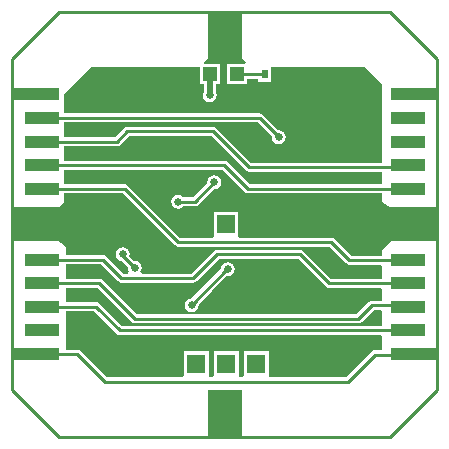
<source format=gtl>
%FSLAX24Y24*%
%MOIN*%
G70*
G01*
G75*
G04 Layer_Physical_Order=1*
G04 Layer_Color=255*
%ADD10R,0.0450X0.0450*%
%ADD11R,0.0236X0.0315*%
%ADD12C,0.0100*%
%ADD13C,0.0200*%
%ADD14R,0.0591X0.0591*%
%ADD15R,0.1181X0.1575*%
%ADD16R,0.1575X0.0394*%
%ADD17R,0.1181X0.0394*%
%ADD18R,0.1575X0.1181*%
%ADD19R,0.0625X0.0625*%
%ADD20C,0.0250*%
G36*
X30442Y30442D02*
X30491Y30409D01*
X30550Y30397D01*
X35587D01*
X36142Y29842D01*
X36191Y29809D01*
X36250Y29797D01*
X37301D01*
X37350Y29748D01*
Y29334D01*
X35633D01*
X34708Y30258D01*
X34659Y30291D01*
X34600Y30303D01*
X31850D01*
X31791Y30291D01*
X31742Y30258D01*
X30987Y29503D01*
X29323D01*
X29286Y29573D01*
X29312Y29612D01*
X29329Y29700D01*
X29312Y29788D01*
X29262Y29862D01*
X29188Y29912D01*
X29100Y29929D01*
X29089Y29927D01*
X28919Y30097D01*
X28929Y30150D01*
X28912Y30238D01*
X28862Y30312D01*
X28788Y30362D01*
X28700Y30379D01*
X28612Y30362D01*
X28538Y30312D01*
X28488Y30238D01*
X28471Y30150D01*
X28488Y30062D01*
X28538Y29988D01*
X28612Y29938D01*
X28654Y29930D01*
X28873Y29711D01*
X28871Y29700D01*
X28888Y29612D01*
X28914Y29573D01*
X28877Y29503D01*
X28713D01*
X28140Y30076D01*
X28090Y30109D01*
X28032Y30121D01*
X26800D01*
Y30400D01*
X26442Y30699D01*
X26500Y31650D01*
X26735Y31885D01*
Y32177D01*
X28706D01*
X30442Y30442D01*
D02*
G37*
G36*
X35461Y29073D02*
X35511Y29039D01*
X35520Y29037D01*
X35569Y29028D01*
X37301D01*
X37350Y28978D01*
Y28603D01*
X37000D01*
X36941Y28591D01*
X36892Y28558D01*
X36487Y28153D01*
X31019D01*
X31013Y28212D01*
X31013Y28216D01*
X31012Y28218D01*
X31012Y28222D01*
X31012Y28223D01*
X31053Y28231D01*
X31053D01*
X31088Y28238D01*
X31162Y28288D01*
X31212Y28362D01*
X31229Y28450D01*
X31226Y28465D01*
X32155Y29429D01*
X32200Y29421D01*
X32288Y29438D01*
X32362Y29488D01*
X32412Y29562D01*
X32429Y29650D01*
X32412Y29738D01*
X32362Y29812D01*
X32288Y29862D01*
X32200Y29879D01*
X32112Y29862D01*
X32038Y29812D01*
X31988Y29738D01*
X31978Y29686D01*
X31007Y28678D01*
X31000Y28679D01*
X30912Y28662D01*
X30838Y28612D01*
X30788Y28538D01*
X30771Y28450D01*
X30788Y28362D01*
X30838Y28288D01*
X30912Y28238D01*
X30947Y28231D01*
X30947D01*
X30988Y28223D01*
X30988Y28222D01*
X30988Y28218D01*
X30987Y28216D01*
X30987Y28212D01*
X30981Y28153D01*
X29163D01*
X28027Y29289D01*
X27978Y29322D01*
X27919Y29334D01*
X26800D01*
Y29815D01*
X27969D01*
X28542Y29242D01*
X28591Y29209D01*
X28650Y29197D01*
X31050D01*
X31109Y29209D01*
X31158Y29242D01*
X31913Y29997D01*
X34537D01*
X35461Y29073D01*
D02*
G37*
G36*
X28486Y27498D02*
X28536Y27465D01*
X28594Y27453D01*
X37301D01*
X37350Y27403D01*
Y26953D01*
X37100D01*
X37041Y26941D01*
X36992Y26908D01*
X36137Y26053D01*
X33618D01*
X33563Y26088D01*
X33563Y26123D01*
Y26913D01*
X32738D01*
Y26123D01*
X32738Y26088D01*
X32682Y26053D01*
X32682Y26053D01*
X32618D01*
X32562Y26088D01*
X32562Y26123D01*
Y26913D01*
X31737D01*
Y26123D01*
X31737Y26088D01*
X31682Y26053D01*
X31682Y26053D01*
X31618D01*
X31562Y26088D01*
X31562Y26123D01*
Y26913D01*
X30738D01*
Y26123D01*
X30738Y26088D01*
X30682Y26053D01*
X30682Y26053D01*
X28163D01*
X27290Y26927D01*
X27240Y26960D01*
X27181Y26971D01*
X26800D01*
Y28247D01*
X27737D01*
X28486Y27498D01*
D02*
G37*
G36*
X28992Y27892D02*
X29041Y27859D01*
X29100Y27847D01*
X36550D01*
X36609Y27859D01*
X36658Y27892D01*
X37063Y28297D01*
X37301D01*
X37350Y28248D01*
Y27759D01*
X28657D01*
X27908Y28508D01*
X27859Y28541D01*
X27800Y28553D01*
X26800D01*
Y29028D01*
X27856D01*
X28992Y27892D01*
D02*
G37*
G36*
X32792Y32942D02*
X32841Y32909D01*
X32900Y32897D01*
X37350D01*
Y32483D01*
X32933D01*
X32190Y33226D01*
X32141Y33259D01*
X32082Y33271D01*
X26735D01*
Y33747D01*
X28500D01*
X28559Y33759D01*
X28608Y33792D01*
X28913Y34097D01*
X31637D01*
X32792Y32942D01*
D02*
G37*
G36*
X32805Y36545D02*
X32776Y36475D01*
X32175D01*
Y35825D01*
X32825D01*
Y35997D01*
X33217D01*
Y35893D01*
X33653D01*
Y36400D01*
X36750D01*
X37300Y35850D01*
X37350Y35800D01*
Y33203D01*
X32963D01*
X31808Y34358D01*
X31759Y34391D01*
X31700Y34403D01*
X28850D01*
X28791Y34391D01*
X28742Y34358D01*
X28437Y34053D01*
X26735D01*
Y34540D01*
X33194D01*
X33673Y34061D01*
X33671Y34050D01*
X33688Y33962D01*
X33738Y33888D01*
X33812Y33838D01*
X33900Y33821D01*
X33988Y33838D01*
X34062Y33888D01*
X34112Y33962D01*
X34129Y34050D01*
X34112Y34138D01*
X34062Y34212D01*
X33988Y34262D01*
X33900Y34279D01*
X33889Y34277D01*
X33366Y34801D01*
X33316Y34834D01*
X33257Y34845D01*
X26735D01*
Y35485D01*
X27600Y36350D01*
X27650Y36400D01*
X31250D01*
X31275Y36390D01*
Y35825D01*
X31396D01*
Y35550D01*
X31388Y35538D01*
X31371Y35450D01*
X31388Y35362D01*
X31438Y35288D01*
X31512Y35238D01*
X31600Y35221D01*
X31688Y35238D01*
X31762Y35288D01*
X31812Y35362D01*
X31829Y35450D01*
X31812Y35538D01*
X31804Y35550D01*
Y35825D01*
X31925D01*
Y36475D01*
X31416D01*
X31390Y36540D01*
X31600Y36750D01*
X32600D01*
X32805Y36545D01*
D02*
G37*
G36*
X32762Y32222D02*
X32811Y32189D01*
X32870Y32177D01*
X37350D01*
Y31885D01*
X37700Y31650D01*
Y30650D01*
X37450Y30400D01*
X37350Y30300D01*
Y30103D01*
X36313D01*
X35758Y30658D01*
X35709Y30691D01*
X35650Y30703D01*
X32589D01*
X32545Y30755D01*
X32545Y30773D01*
Y31545D01*
X31755D01*
Y30773D01*
X31755Y30755D01*
X31711Y30703D01*
X30613D01*
X28878Y32438D01*
X28828Y32472D01*
X28770Y32483D01*
X26735D01*
Y32965D01*
X32019D01*
X32762Y32222D01*
D02*
G37*
%LPC*%
G36*
X31750Y32779D02*
X31662Y32762D01*
X31588Y32712D01*
X31538Y32638D01*
X31521Y32550D01*
X31523Y32539D01*
X31037Y32053D01*
X30718D01*
X30712Y32062D01*
X30638Y32112D01*
X30550Y32129D01*
X30462Y32112D01*
X30388Y32062D01*
X30338Y31988D01*
X30321Y31900D01*
X30338Y31812D01*
X30388Y31738D01*
X30462Y31688D01*
X30550Y31671D01*
X30638Y31688D01*
X30712Y31738D01*
X30718Y31747D01*
X31100D01*
X31159Y31759D01*
X31208Y31792D01*
X31739Y32323D01*
X31750Y32321D01*
X31838Y32338D01*
X31912Y32388D01*
X31962Y32462D01*
X31979Y32550D01*
X31962Y32638D01*
X31912Y32712D01*
X31838Y32762D01*
X31750Y32779D01*
D02*
G37*
%LPD*%
D10*
X31600Y36150D02*
D03*
X32500D02*
D03*
D11*
X33435D02*
D03*
X34065D02*
D03*
D12*
X30550Y31900D02*
X31100D01*
X31750Y32550D01*
X25800Y26818D02*
X27181D01*
X28100Y25900D01*
X36200D01*
X37100Y26800D01*
X38398D01*
X28700Y30100D02*
X29100Y29700D01*
X28700Y30100D02*
Y30150D01*
X34650Y33650D02*
Y35565D01*
X34065Y36150D02*
X34650Y35565D01*
X32500Y36150D02*
X33435D01*
X33150Y26500D02*
X33350Y26700D01*
X31000Y28450D02*
X32177Y29672D01*
X32178Y29673D01*
X25800Y28393D02*
X25807Y28400D01*
X27800D01*
X28594Y27606D01*
X38398D01*
X25800Y29181D02*
X27919D01*
X29100Y28000D01*
X36550D01*
X37000Y28450D01*
X38342D01*
X38398Y28393D01*
X25800Y29968D02*
X28032D01*
X28650Y29350D01*
X31050D01*
X31850Y30150D01*
X34600D01*
X35569Y29181D01*
X38398D01*
X25800Y32330D02*
X28770D01*
X30550Y30550D01*
X35650D01*
X36250Y29950D01*
X38380D01*
X38398Y29968D01*
X25805Y33900D02*
X28500D01*
X25800Y33905D02*
X25805Y33900D01*
X25800Y33118D02*
X32082D01*
X32870Y32330D01*
X38398D01*
X33257Y34693D02*
X33900Y34050D01*
X25800Y34693D02*
X33257D01*
X28500Y33900D02*
X28850Y34250D01*
X31700D01*
X32900Y33050D01*
X38331D01*
X38398Y33118D01*
X25013Y36661D02*
X26587Y38236D01*
X25013Y25637D02*
Y36661D01*
Y25637D02*
X26587Y24063D01*
X37611D01*
X39186Y25637D01*
Y36661D01*
X37611Y38236D02*
X39186Y36661D01*
X26587Y38236D02*
X37611D01*
D13*
X31600Y35450D02*
Y36150D01*
D14*
X32150Y31150D02*
D03*
X34650Y28650D02*
D03*
X29650D02*
D03*
Y33650D02*
D03*
X34650D02*
D03*
D15*
X32099Y37448D02*
D03*
Y24850D02*
D03*
D16*
X38398Y35480D02*
D03*
Y26819D02*
D03*
X25800Y26818D02*
D03*
Y35480D02*
D03*
D17*
X38202Y34693D02*
D03*
Y33905D02*
D03*
Y33118D02*
D03*
Y32330D02*
D03*
Y29968D02*
D03*
Y29181D02*
D03*
Y28393D02*
D03*
Y27606D02*
D03*
X25997D02*
D03*
Y28393D02*
D03*
Y29181D02*
D03*
Y29968D02*
D03*
Y32330D02*
D03*
Y33118D02*
D03*
Y33905D02*
D03*
Y34693D02*
D03*
D18*
X38398Y31149D02*
D03*
X25800D02*
D03*
D19*
X31150Y26500D02*
D03*
X32150D02*
D03*
X33150D02*
D03*
D20*
X29050Y30700D02*
D03*
X30550Y31900D02*
D03*
X31750Y32550D02*
D03*
X29100Y29700D02*
D03*
X28700Y30150D02*
D03*
X31600Y35450D02*
D03*
X31000Y28450D02*
D03*
X32200Y29650D02*
D03*
X33900Y34050D02*
D03*
X29400Y32600D02*
D03*
X27750Y31150D02*
D03*
X29900Y29950D02*
D03*
X36550Y31150D02*
D03*
X34400Y31400D02*
D03*
X35600Y29850D02*
D03*
X34450Y29400D02*
D03*
X32700Y28500D02*
D03*
X36500Y33700D02*
D03*
X36250Y36000D02*
D03*
X28150D02*
D03*
X32650Y34100D02*
D03*
X35050Y26850D02*
D03*
X29000Y26700D02*
D03*
X32850Y29650D02*
D03*
X30650Y31100D02*
D03*
X37050Y28000D02*
D03*
X27200Y28800D02*
D03*
M02*

</source>
